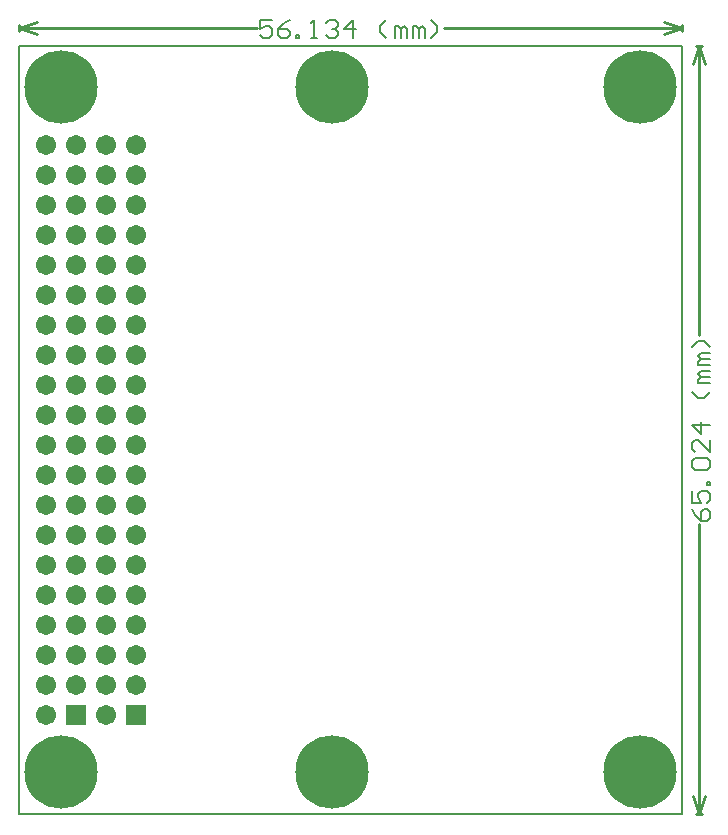
<source format=gbs>
G04 Layer_Color=16711935*
%FSLAX44Y44*%
%MOMM*%
G71*
G01*
G75*
%ADD25C,0.2540*%
%ADD28C,0.1270*%
%ADD29C,0.1524*%
%ADD56C,6.2032*%
%ADD57C,1.7032*%
%ADD58R,1.7032X1.7032*%
D25*
X873760Y1033780D02*
Y1038860D01*
X312420Y1033780D02*
Y1038860D01*
X858520Y1031240D02*
X873760Y1036320D01*
X858520Y1041400D02*
X873760Y1036320D01*
X312420D02*
X327660Y1031240D01*
X312420Y1036320D02*
X327660Y1041400D01*
X672060Y1036320D02*
X873760D01*
X312420D02*
X514120D01*
X885825Y1021080D02*
X890905D01*
X885825Y370840D02*
X890905D01*
X888365Y1021080D02*
X893445Y1005840D01*
X883285D02*
X888365Y1021080D01*
Y370840D02*
X893445Y386080D01*
X883285D02*
X888365Y370840D01*
Y776199D02*
Y1021080D01*
Y370840D02*
Y615721D01*
D28*
X312420Y1021080D02*
X873760D01*
Y370840D02*
Y1021080D01*
X312420Y370840D02*
X873760D01*
X312420D02*
Y1021080D01*
D29*
X526817Y1042413D02*
X516660D01*
Y1034796D01*
X521739Y1037335D01*
X524278D01*
X526817Y1034796D01*
Y1029718D01*
X524278Y1027178D01*
X519199D01*
X516660Y1029718D01*
X542052Y1042413D02*
X536974Y1039874D01*
X531895Y1034796D01*
Y1029718D01*
X534435Y1027178D01*
X539513D01*
X542052Y1029718D01*
Y1032257D01*
X539513Y1034796D01*
X531895D01*
X547130Y1027178D02*
Y1029718D01*
X549670D01*
Y1027178D01*
X547130D01*
X559826D02*
X564905D01*
X562365D01*
Y1042413D01*
X559826Y1039874D01*
X572522D02*
X575061Y1042413D01*
X580140D01*
X582679Y1039874D01*
Y1037335D01*
X580140Y1034796D01*
X577601D01*
X580140D01*
X582679Y1032257D01*
Y1029718D01*
X580140Y1027178D01*
X575061D01*
X572522Y1029718D01*
X595375Y1027178D02*
Y1042413D01*
X587757Y1034796D01*
X597914D01*
X623306Y1027178D02*
X618227Y1032257D01*
Y1037335D01*
X623306Y1042413D01*
X630923Y1027178D02*
Y1037335D01*
X633462D01*
X636002Y1034796D01*
Y1027178D01*
Y1034796D01*
X638541Y1037335D01*
X641080Y1034796D01*
Y1027178D01*
X646158D02*
Y1037335D01*
X648698D01*
X651237Y1034796D01*
Y1027178D01*
Y1034796D01*
X653776Y1037335D01*
X656315Y1034796D01*
Y1027178D01*
X661393D02*
X666472Y1032257D01*
Y1037335D01*
X661393Y1042413D01*
X882271Y628417D02*
X884811Y623339D01*
X889889Y618261D01*
X894967D01*
X897506Y620800D01*
Y625878D01*
X894967Y628417D01*
X892428D01*
X889889Y625878D01*
Y618261D01*
X882271Y643652D02*
Y633496D01*
X889889D01*
X887350Y638574D01*
Y641113D01*
X889889Y643652D01*
X894967D01*
X897506Y641113D01*
Y636035D01*
X894967Y633496D01*
X897506Y648731D02*
X894967D01*
Y651270D01*
X897506D01*
Y648731D01*
X884811Y661427D02*
X882271Y663966D01*
Y669044D01*
X884811Y671583D01*
X894967D01*
X897506Y669044D01*
Y663966D01*
X894967Y661427D01*
X884811D01*
X897506Y686818D02*
Y676662D01*
X887350Y686818D01*
X884811D01*
X882271Y684279D01*
Y679201D01*
X884811Y676662D01*
X897506Y699514D02*
X882271D01*
X889889Y691897D01*
Y702054D01*
X897506Y727445D02*
X892428Y722367D01*
X887350D01*
X882271Y727445D01*
X897506Y735063D02*
X887350D01*
Y737602D01*
X889889Y740141D01*
X897506D01*
X889889D01*
X887350Y742680D01*
X889889Y745220D01*
X897506D01*
Y750298D02*
X887350D01*
Y752837D01*
X889889Y755376D01*
X897506D01*
X889889D01*
X887350Y757915D01*
X889889Y760455D01*
X897506D01*
Y765533D02*
X892428Y770611D01*
X887350D01*
X882271Y765533D01*
D56*
X347980Y406020D02*
D03*
Y985980D02*
D03*
X577980D02*
D03*
Y406020D02*
D03*
X837979Y985980D02*
D03*
Y406020D02*
D03*
D57*
X335280Y937260D02*
D03*
X360680D02*
D03*
X335280Y911860D02*
D03*
X360680D02*
D03*
X335280Y886460D02*
D03*
X360680D02*
D03*
X335280Y861060D02*
D03*
X360680D02*
D03*
X335280Y835660D02*
D03*
X360680D02*
D03*
X335280Y810260D02*
D03*
X360680D02*
D03*
X335280Y784860D02*
D03*
X360680D02*
D03*
X335280Y759460D02*
D03*
X360680D02*
D03*
X335280Y734060D02*
D03*
X360680D02*
D03*
X335280Y708660D02*
D03*
X360680D02*
D03*
X335280Y683260D02*
D03*
X360680D02*
D03*
X335280Y657860D02*
D03*
X360680D02*
D03*
X335280Y632460D02*
D03*
X360680D02*
D03*
X335280Y607060D02*
D03*
X360680D02*
D03*
X335280Y581660D02*
D03*
X360680D02*
D03*
X335280Y556260D02*
D03*
X360680D02*
D03*
X335280Y530860D02*
D03*
X360680D02*
D03*
X335280Y505460D02*
D03*
X360680D02*
D03*
X335280Y480060D02*
D03*
X360680D02*
D03*
X335280Y454660D02*
D03*
X386080Y937260D02*
D03*
X411480D02*
D03*
X386080Y911860D02*
D03*
X411480D02*
D03*
X386080Y886460D02*
D03*
X411480D02*
D03*
X386080Y861060D02*
D03*
X411480D02*
D03*
X386080Y835660D02*
D03*
X411480D02*
D03*
X386080Y810260D02*
D03*
X411480D02*
D03*
X386080Y784860D02*
D03*
X411480D02*
D03*
X386080Y759460D02*
D03*
X411480D02*
D03*
X386080Y734060D02*
D03*
X411480D02*
D03*
X386080Y708660D02*
D03*
X411480D02*
D03*
X386080Y683260D02*
D03*
X411480D02*
D03*
X386080Y657860D02*
D03*
X411480D02*
D03*
X386080Y632460D02*
D03*
X411480D02*
D03*
X386080Y607060D02*
D03*
X411480D02*
D03*
X386080Y581660D02*
D03*
X411480D02*
D03*
X386080Y556260D02*
D03*
X411480D02*
D03*
X386080Y530860D02*
D03*
X411480D02*
D03*
X386080Y505460D02*
D03*
X411480D02*
D03*
X386080Y480060D02*
D03*
X411480D02*
D03*
X386080Y454660D02*
D03*
D58*
X360680D02*
D03*
X411480D02*
D03*
M02*

</source>
